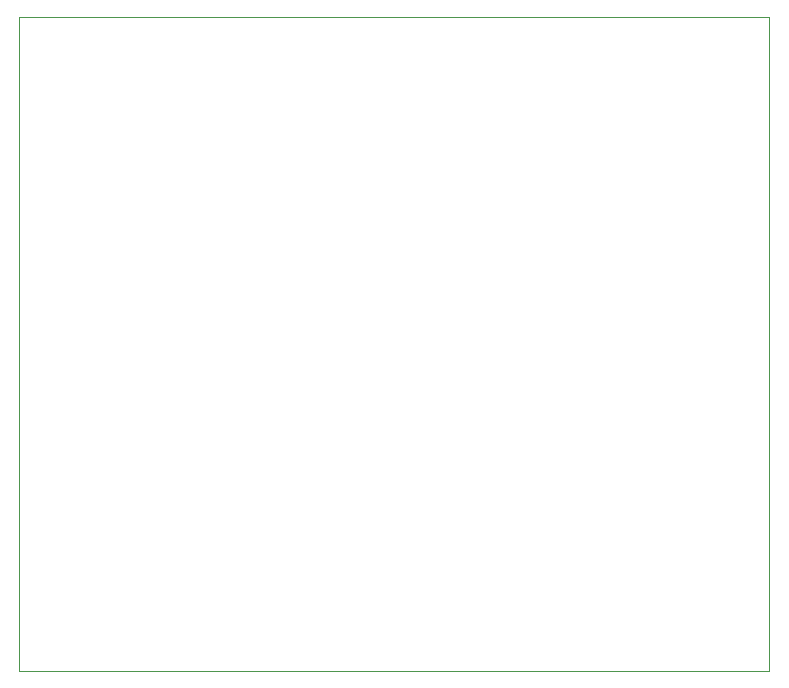
<source format=gbr>
G04 #@! TF.FileFunction,Profile,NP*
%FSLAX46Y46*%
G04 Gerber Fmt 4.6, Leading zero omitted, Abs format (unit mm)*
G04 Created by KiCad (PCBNEW (2015-05-26 BZR 5684)-product) date Wed 21 Oct 2015 04:34:03 PM PDT*
%MOMM*%
G01*
G04 APERTURE LIST*
%ADD10C,0.100000*%
G04 APERTURE END LIST*
D10*
X119380000Y-123444000D02*
X119380000Y-68072000D01*
X182880000Y-123444000D02*
X119380000Y-123444000D01*
X182880000Y-68072000D02*
X182880000Y-123444000D01*
X119380000Y-68072000D02*
X182880000Y-68072000D01*
M02*

</source>
